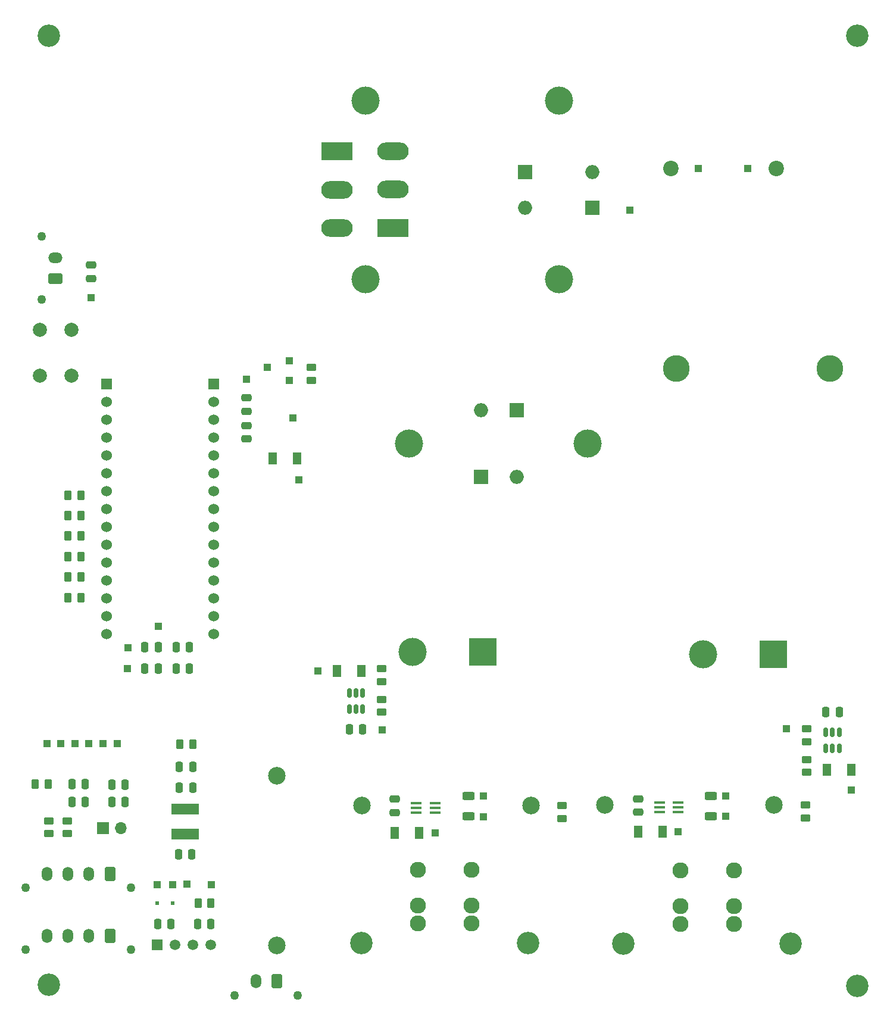
<source format=gbr>
%TF.GenerationSoftware,KiCad,Pcbnew,(6.0.1)*%
%TF.CreationDate,2022-06-06T22:12:23-07:00*%
%TF.ProjectId,MPPT,4d505054-2e6b-4696-9361-645f70636258,3.4.0*%
%TF.SameCoordinates,PX10b1ae8PY9b06478*%
%TF.FileFunction,Soldermask,Bot*%
%TF.FilePolarity,Negative*%
%FSLAX46Y46*%
G04 Gerber Fmt 4.6, Leading zero omitted, Abs format (unit mm)*
G04 Created by KiCad (PCBNEW (6.0.1)) date 2022-06-06 22:12:23*
%MOMM*%
%LPD*%
G01*
G04 APERTURE LIST*
G04 Aperture macros list*
%AMRoundRect*
0 Rectangle with rounded corners*
0 $1 Rounding radius*
0 $2 $3 $4 $5 $6 $7 $8 $9 X,Y pos of 4 corners*
0 Add a 4 corners polygon primitive as box body*
4,1,4,$2,$3,$4,$5,$6,$7,$8,$9,$2,$3,0*
0 Add four circle primitives for the rounded corners*
1,1,$1+$1,$2,$3*
1,1,$1+$1,$4,$5*
1,1,$1+$1,$6,$7*
1,1,$1+$1,$8,$9*
0 Add four rect primitives between the rounded corners*
20,1,$1+$1,$2,$3,$4,$5,0*
20,1,$1+$1,$4,$5,$6,$7,0*
20,1,$1+$1,$6,$7,$8,$9,0*
20,1,$1+$1,$8,$9,$2,$3,0*%
G04 Aperture macros list end*
%ADD10R,1.000000X1.000000*%
%ADD11C,3.200000*%
%ADD12R,1.500000X0.400000*%
%ADD13RoundRect,0.250000X-0.450000X0.262500X-0.450000X-0.262500X0.450000X-0.262500X0.450000X0.262500X0*%
%ADD14RoundRect,0.250000X0.625000X-0.312500X0.625000X0.312500X-0.625000X0.312500X-0.625000X-0.312500X0*%
%ADD15RoundRect,0.250000X0.475000X-0.250000X0.475000X0.250000X-0.475000X0.250000X-0.475000X-0.250000X0*%
%ADD16R,1.300000X1.700000*%
%ADD17RoundRect,0.150000X-0.150000X0.512500X-0.150000X-0.512500X0.150000X-0.512500X0.150000X0.512500X0*%
%ADD18RoundRect,0.250000X0.450000X-0.262500X0.450000X0.262500X-0.450000X0.262500X-0.450000X-0.262500X0*%
%ADD19RoundRect,0.250000X-0.250000X-0.475000X0.250000X-0.475000X0.250000X0.475000X-0.250000X0.475000X0*%
%ADD20RoundRect,0.250000X0.250000X0.475000X-0.250000X0.475000X-0.250000X-0.475000X0.250000X-0.475000X0*%
%ADD21RoundRect,0.150000X0.150000X-0.512500X0.150000X0.512500X-0.150000X0.512500X-0.150000X-0.512500X0*%
%ADD22RoundRect,0.250000X-0.625000X0.312500X-0.625000X-0.312500X0.625000X-0.312500X0.625000X0.312500X0*%
%ADD23R,1.530000X1.530000*%
%ADD24C,1.530000*%
%ADD25C,1.270000*%
%ADD26RoundRect,0.250001X0.759999X-0.499999X0.759999X0.499999X-0.759999X0.499999X-0.759999X-0.499999X0*%
%ADD27O,2.020000X1.500000*%
%ADD28C,2.286000*%
%ADD29RoundRect,0.250001X0.499999X0.759999X-0.499999X0.759999X-0.499999X-0.759999X0.499999X-0.759999X0*%
%ADD30O,1.500000X2.020000*%
%ADD31C,2.000000*%
%ADD32C,4.000000*%
%ADD33R,2.000000X2.000000*%
%ADD34O,2.000000X2.000000*%
%ADD35C,2.500000*%
%ADD36R,1.700000X1.700000*%
%ADD37O,1.700000X1.700000*%
%ADD38C,2.200000*%
%ADD39R,4.000000X4.000000*%
%ADD40R,1.508000X1.508000*%
%ADD41C,1.508000*%
%ADD42R,4.500000X2.500000*%
%ADD43O,4.500000X2.500000*%
%ADD44C,3.800000*%
%ADD45RoundRect,0.250000X0.262500X0.450000X-0.262500X0.450000X-0.262500X-0.450000X0.262500X-0.450000X0*%
%ADD46R,1.100000X1.100000*%
%ADD47R,4.000000X1.500000*%
%ADD48RoundRect,0.250000X-0.475000X0.250000X-0.475000X-0.250000X0.475000X-0.250000X0.475000X0.250000X0*%
%ADD49R,0.500000X0.500000*%
G04 APERTURE END LIST*
D10*
%TO.C,TP302*%
X57245000Y-76820000D03*
%TD*%
D11*
%TO.C,H103*%
X22500000Y-157470000D03*
%TD*%
%TO.C,H102*%
X137500000Y-22470000D03*
%TD*%
%TO.C,H101*%
X22500000Y-22470000D03*
%TD*%
D10*
%TO.C,TP503*%
X112055000Y-135697500D03*
%TD*%
D12*
%TO.C,U502*%
X77460000Y-132934000D03*
X77460000Y-132284000D03*
X77460000Y-131634000D03*
X74800000Y-131634000D03*
X74800000Y-132284000D03*
X74800000Y-132934000D03*
%TD*%
D13*
%TO.C,R505*%
X69865000Y-118667500D03*
X69865000Y-116842500D03*
%TD*%
D10*
%TO.C,TP504*%
X84325000Y-133576000D03*
%TD*%
D14*
%TO.C,R501*%
X116665000Y-130562500D03*
X116665000Y-133487500D03*
%TD*%
D13*
%TO.C,R504*%
X130295000Y-127215000D03*
X130295000Y-125390000D03*
%TD*%
D15*
%TO.C,C502*%
X71720000Y-131059000D03*
X71720000Y-132959000D03*
%TD*%
D10*
%TO.C,TP505*%
X84290000Y-130636000D03*
%TD*%
%TO.C,TP510*%
X60790000Y-112805000D03*
%TD*%
D16*
%TO.C,D504*%
X66995000Y-112810000D03*
X63495000Y-112810000D03*
%TD*%
D10*
%TO.C,TP506*%
X77485000Y-135879000D03*
%TD*%
D16*
%TO.C,D502*%
X71715000Y-135859000D03*
X75215000Y-135859000D03*
%TD*%
D17*
%TO.C,U504*%
X65245000Y-118214882D03*
X66195000Y-118214882D03*
X67145000Y-118214882D03*
X67145000Y-115939882D03*
X66195000Y-115939882D03*
X65245000Y-115939882D03*
%TD*%
D18*
%TO.C,R506*%
X69850000Y-112487500D03*
X69850000Y-114312500D03*
%TD*%
D16*
%TO.C,D501*%
X106315000Y-135682500D03*
X109815000Y-135682500D03*
%TD*%
D10*
%TO.C,TP509*%
X69955000Y-121192500D03*
%TD*%
D18*
%TO.C,R503*%
X130300000Y-121055000D03*
X130300000Y-122880000D03*
%TD*%
D19*
%TO.C,C503*%
X134930000Y-118675000D03*
X133030000Y-118675000D03*
%TD*%
D10*
%TO.C,TP508*%
X136665000Y-129745000D03*
%TD*%
D20*
%TO.C,C504*%
X65240000Y-121145000D03*
X67140000Y-121145000D03*
%TD*%
D21*
%TO.C,U503*%
X134920000Y-121532500D03*
X133970000Y-121532500D03*
X133020000Y-121532500D03*
X133020000Y-123807500D03*
X133970000Y-123807500D03*
X134920000Y-123807500D03*
%TD*%
D10*
%TO.C,TP502*%
X118775000Y-133511000D03*
%TD*%
%TO.C,TP507*%
X127445000Y-121060000D03*
%TD*%
D12*
%TO.C,U501*%
X112050000Y-132847500D03*
X112050000Y-132197500D03*
X112050000Y-131547500D03*
X109390000Y-131547500D03*
X109390000Y-132197500D03*
X109390000Y-132847500D03*
%TD*%
D10*
%TO.C,TP501*%
X118775000Y-130571000D03*
%TD*%
D22*
%TO.C,R502*%
X82190000Y-133510000D03*
X82190000Y-130585000D03*
%TD*%
D16*
%TO.C,D503*%
X133165000Y-126845000D03*
X136665000Y-126845000D03*
%TD*%
D15*
%TO.C,C501*%
X106335000Y-130992500D03*
X106335000Y-132892500D03*
%TD*%
D16*
%TO.C,D301*%
X54350000Y-82610000D03*
X57850000Y-82610000D03*
%TD*%
D23*
%TO.C,U101*%
X30775000Y-71965000D03*
D24*
X30775000Y-74505000D03*
X30775000Y-77045000D03*
X30775000Y-79585000D03*
X30775000Y-82125000D03*
X30775000Y-84665000D03*
X30775000Y-87205000D03*
X30775000Y-89745000D03*
X30775000Y-92285000D03*
X30775000Y-94825000D03*
X30775000Y-97365000D03*
X30775000Y-99905000D03*
X30775000Y-102445000D03*
X30775000Y-104985000D03*
X30775000Y-107525000D03*
X46015000Y-107525000D03*
X46015000Y-104985000D03*
X46015000Y-102445000D03*
X46015000Y-99905000D03*
X46015000Y-97365000D03*
X46015000Y-94825000D03*
X46015000Y-92285000D03*
X46015000Y-89745000D03*
X46015000Y-87205000D03*
X46015000Y-84665000D03*
X46015000Y-82125000D03*
X46015000Y-79585000D03*
X46015000Y-77045000D03*
X46015000Y-74505000D03*
D23*
X46015000Y-71965000D03*
%TD*%
D25*
%TO.C,J101*%
X21495000Y-51020000D03*
X21495000Y-60020000D03*
D26*
X23455000Y-57020000D03*
D27*
X23455000Y-54020000D03*
%TD*%
D11*
%TO.C,J401*%
X127995000Y-151580000D03*
X104255000Y-151580000D03*
D28*
X112315000Y-148780000D03*
X112315000Y-146240000D03*
X112315000Y-141160000D03*
X119935000Y-148780000D03*
X119935000Y-141160000D03*
X119935000Y-146240000D03*
%TD*%
D25*
%TO.C,J602*%
X34235000Y-143640000D03*
X19235000Y-143640000D03*
D29*
X31235000Y-141680000D03*
D30*
X28235000Y-141680000D03*
X25235000Y-141680000D03*
X22235000Y-141680000D03*
%TD*%
D31*
%TO.C,SW101*%
X21220000Y-64300000D03*
X21220000Y-70800000D03*
X25720000Y-70800000D03*
X25720000Y-64300000D03*
%TD*%
D32*
%TO.C,HS403*%
X73785000Y-80475000D03*
X99185000Y-80475000D03*
%TD*%
D33*
%TO.C,D403*%
X89030000Y-75710000D03*
D34*
X83950000Y-75710000D03*
%TD*%
D25*
%TO.C,J601*%
X34230000Y-152440000D03*
X19230000Y-152440000D03*
D29*
X31230000Y-150480000D03*
D30*
X28230000Y-150480000D03*
X25230000Y-150480000D03*
X22230000Y-150480000D03*
%TD*%
D35*
%TO.C,F201*%
X54992500Y-127750000D03*
X54992500Y-151850000D03*
%TD*%
D33*
%TO.C,D404*%
X83950000Y-85255000D03*
D34*
X89030000Y-85255000D03*
%TD*%
D35*
%TO.C,F402*%
X67045000Y-131955000D03*
X91145000Y-131955000D03*
%TD*%
D32*
%TO.C,HS402*%
X95065000Y-57090000D03*
X95065000Y-31690000D03*
%TD*%
D25*
%TO.C,J201*%
X48955000Y-158920000D03*
X57955000Y-158920000D03*
D29*
X54955000Y-156960000D03*
D30*
X51955000Y-156960000D03*
%TD*%
D33*
%TO.C,R403*%
X99800000Y-46985000D03*
D34*
X99800000Y-41905000D03*
%TD*%
D32*
%TO.C,HS401*%
X67530000Y-57085000D03*
X67530000Y-31685000D03*
%TD*%
D36*
%TO.C,JP601*%
X30265000Y-135132500D03*
D37*
X32805000Y-135132500D03*
%TD*%
D38*
%TO.C,C401*%
X110975000Y-41325000D03*
X125975000Y-41325000D03*
%TD*%
D39*
%TO.C,CP401*%
X125570000Y-110435000D03*
D32*
X115570000Y-110435000D03*
%TD*%
D40*
%TO.C,U201*%
X37962500Y-151735000D03*
D41*
X40502500Y-151735000D03*
X43042500Y-151735000D03*
X45582500Y-151735000D03*
%TD*%
D42*
%TO.C,Q401*%
X63525000Y-38930000D03*
D43*
X63525000Y-44380000D03*
X63525000Y-49830000D03*
%TD*%
D11*
%TO.C,J402*%
X90715000Y-151515000D03*
X66975000Y-151515000D03*
D28*
X75035000Y-146175000D03*
X75035000Y-148715000D03*
X75035000Y-141095000D03*
X82655000Y-141095000D03*
X82655000Y-148715000D03*
X82655000Y-146175000D03*
%TD*%
D33*
%TO.C,D402*%
X90270000Y-41905000D03*
D34*
X90270000Y-46985000D03*
%TD*%
D42*
%TO.C,Q402*%
X71435000Y-49800000D03*
D43*
X71435000Y-44350000D03*
X71435000Y-38900000D03*
%TD*%
D44*
%TO.C,L401*%
X133590000Y-69795000D03*
X111790000Y-69795000D03*
%TD*%
D35*
%TO.C,F401*%
X125670000Y-131874000D03*
X101570000Y-131874000D03*
%TD*%
D39*
%TO.C,CP402*%
X84225000Y-110145000D03*
D32*
X74225000Y-110145000D03*
%TD*%
D19*
%TO.C,C606*%
X31480000Y-131417500D03*
X33380000Y-131417500D03*
%TD*%
D10*
%TO.C,TP603*%
X32255000Y-123182500D03*
%TD*%
D19*
%TO.C,C601*%
X40640000Y-109425000D03*
X42540000Y-109425000D03*
%TD*%
D20*
%TO.C,C602*%
X42545000Y-112465000D03*
X40645000Y-112465000D03*
%TD*%
D10*
%TO.C,TP204*%
X45600000Y-143185000D03*
%TD*%
D45*
%TO.C,R202*%
X42990000Y-123235000D03*
X41165000Y-123235000D03*
%TD*%
D19*
%TO.C,C204*%
X41095000Y-129430000D03*
X42995000Y-129430000D03*
%TD*%
D10*
%TO.C,TP608*%
X22230000Y-123182500D03*
%TD*%
D18*
%TO.C,R603*%
X22490000Y-135937500D03*
X22490000Y-134112500D03*
%TD*%
D10*
%TO.C,TP201*%
X40172500Y-143185000D03*
%TD*%
D19*
%TO.C,C605*%
X31495000Y-128947500D03*
X33395000Y-128947500D03*
%TD*%
%TO.C,C607*%
X25790000Y-131427500D03*
X27690000Y-131427500D03*
%TD*%
%TO.C,C203*%
X40970000Y-138870000D03*
X42870000Y-138870000D03*
%TD*%
D10*
%TO.C,TP301*%
X58065000Y-85670000D03*
%TD*%
%TO.C,TP602*%
X33745000Y-109510000D03*
%TD*%
D20*
%TO.C,C202*%
X45592500Y-148770000D03*
X43692500Y-148770000D03*
%TD*%
D10*
%TO.C,TP604*%
X28235000Y-123177500D03*
%TD*%
D45*
%TO.C,R601*%
X22442500Y-128927500D03*
X20617500Y-128927500D03*
%TD*%
D10*
%TO.C,TP601*%
X33715000Y-112490000D03*
%TD*%
D46*
%TO.C,D401*%
X56760000Y-68665000D03*
X56760000Y-71465000D03*
%TD*%
D47*
%TO.C,L201*%
X41925000Y-136055000D03*
X41925000Y-132455000D03*
%TD*%
D18*
%TO.C,R404*%
X95465000Y-133787500D03*
X95465000Y-131962500D03*
%TD*%
D48*
%TO.C,C301*%
X50630000Y-77930000D03*
X50630000Y-79830000D03*
%TD*%
D10*
%TO.C,TP607*%
X24225000Y-123182500D03*
%TD*%
%TO.C,TP606*%
X30245000Y-123182500D03*
%TD*%
D13*
%TO.C,R602*%
X25180000Y-134127500D03*
X25180000Y-135952500D03*
%TD*%
D19*
%TO.C,C205*%
X41085000Y-126475000D03*
X42985000Y-126475000D03*
%TD*%
D45*
%TO.C,R701*%
X27097500Y-87820000D03*
X25272500Y-87820000D03*
%TD*%
D10*
%TO.C,TP101*%
X38080000Y-106455000D03*
%TD*%
D18*
%TO.C,R401*%
X130170000Y-133702500D03*
X130170000Y-131877500D03*
%TD*%
D45*
%TO.C,R201*%
X45572500Y-145810000D03*
X43747500Y-145810000D03*
%TD*%
D10*
%TO.C,TP202*%
X37965000Y-143210000D03*
%TD*%
D19*
%TO.C,C603*%
X36190000Y-109465000D03*
X38090000Y-109465000D03*
%TD*%
D10*
%TO.C,TP403*%
X114880000Y-41345000D03*
%TD*%
%TO.C,TP404*%
X121900000Y-41370000D03*
%TD*%
D20*
%TO.C,C201*%
X39877500Y-148805000D03*
X37977500Y-148805000D03*
%TD*%
D10*
%TO.C,TP205*%
X50625000Y-71295000D03*
%TD*%
%TO.C,TP402*%
X105130000Y-47320000D03*
%TD*%
%TO.C,TP203*%
X42175000Y-143165000D03*
%TD*%
D20*
%TO.C,C604*%
X38085000Y-112485000D03*
X36185000Y-112485000D03*
%TD*%
D45*
%TO.C,R704*%
X27097500Y-99450000D03*
X25272500Y-99450000D03*
%TD*%
D20*
%TO.C,C608*%
X27690000Y-128937500D03*
X25790000Y-128937500D03*
%TD*%
D49*
%TO.C,D201*%
X40162500Y-145835000D03*
X37962500Y-145835000D03*
%TD*%
D45*
%TO.C,R706*%
X27070000Y-93605000D03*
X25245000Y-93605000D03*
%TD*%
D10*
%TO.C,TP605*%
X26225000Y-123182500D03*
%TD*%
%TO.C,TP102*%
X28535000Y-59750000D03*
%TD*%
D45*
%TO.C,R705*%
X25265000Y-102440000D03*
X27090000Y-102440000D03*
%TD*%
D48*
%TO.C,C302*%
X50610000Y-73965000D03*
X50610000Y-75865000D03*
%TD*%
D10*
%TO.C,TP401*%
X53570000Y-69670000D03*
%TD*%
D13*
%TO.C,R402*%
X59885000Y-69650000D03*
X59885000Y-71475000D03*
%TD*%
D45*
%TO.C,R703*%
X25270000Y-96560000D03*
X27095000Y-96560000D03*
%TD*%
D15*
%TO.C,C101*%
X28535000Y-56995000D03*
X28535000Y-55095000D03*
%TD*%
D45*
%TO.C,R702*%
X27097500Y-90730000D03*
X25272500Y-90730000D03*
%TD*%
D11*
%TO.C,H104*%
X137520000Y-157565000D03*
%TD*%
M02*

</source>
